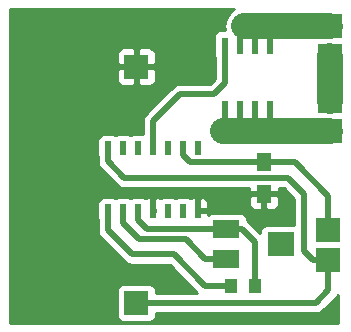
<source format=gbr>
%FSLAX46Y46*%
G04 Gerber Fmt 4.6, Leading zero omitted, Abs format (unit mm)*
G04 Created by KiCad (PCBNEW (2014-09-18 BZR 5141)-product) date So 20. září 2014, 02:23:35 CEST*
%MOMM*%
G01*
G04 APERTURE LIST*
%ADD10C,0.100000*%
%ADD11R,2.032000X2.032000*%
%ADD12R,2.000000X2.000000*%
%ADD13R,1.000000X1.250000*%
%ADD14R,0.599440X1.399540*%
%ADD15R,1.300000X1.500000*%
%ADD16R,2.200000X1.500000*%
%ADD17R,2.200000X2.000000*%
%ADD18R,0.508000X1.143000*%
%ADD19C,2.200000*%
%ADD20C,0.500000*%
%ADD21C,0.254000*%
G04 APERTURE END LIST*
D10*
D11*
X200533000Y-88519000D03*
X200533000Y-91059000D03*
X200406000Y-101981000D03*
X200406000Y-99441000D03*
X200533000Y-84709000D03*
X200533000Y-82169000D03*
D12*
X184140000Y-85580000D03*
X184140000Y-105580000D03*
D13*
X192167000Y-104140000D03*
X194167000Y-104140000D03*
D14*
X195453000Y-89154000D03*
X195453000Y-83820000D03*
X194183000Y-89154000D03*
X192913000Y-89154000D03*
X191643000Y-89154000D03*
X194183000Y-83820000D03*
X192913000Y-83820000D03*
X191643000Y-83820000D03*
D15*
X194945000Y-96346000D03*
X194945000Y-93646000D03*
D16*
X191766000Y-99334000D03*
X191766000Y-101834000D03*
D17*
X196366000Y-100584000D03*
D18*
X181737000Y-97790000D03*
X183007000Y-97790000D03*
X184277000Y-97790000D03*
X185547000Y-97790000D03*
X186817000Y-97790000D03*
X188087000Y-97790000D03*
X189357000Y-97790000D03*
X189357000Y-92456000D03*
X188087000Y-92456000D03*
X186817000Y-92456000D03*
X185547000Y-92456000D03*
X184277000Y-92456000D03*
X183007000Y-92456000D03*
X181737000Y-92456000D03*
D19*
X200533000Y-88519000D02*
X200533000Y-84709000D01*
D20*
X192913000Y-83820000D02*
X192913000Y-82550000D01*
D19*
X193294000Y-82169000D02*
X194183000Y-82169000D01*
D20*
X192913000Y-82550000D02*
X193294000Y-82169000D01*
X194183000Y-82169000D02*
X194183000Y-83820000D01*
X195453000Y-82169000D02*
X195453000Y-83820000D01*
D19*
X200533000Y-82169000D02*
X195453000Y-82169000D01*
X195453000Y-82169000D02*
X194183000Y-82169000D01*
D20*
X199347000Y-105580000D02*
X200406000Y-104521000D01*
X200406000Y-104521000D02*
X200406000Y-101981000D01*
X184140000Y-105580000D02*
X199347000Y-105580000D01*
X181737000Y-93599000D02*
X183134000Y-94996000D01*
X183134000Y-94996000D02*
X196977000Y-94996000D01*
X196977000Y-94996000D02*
X198374000Y-96393000D01*
X198374000Y-96393000D02*
X198374000Y-101219000D01*
X198374000Y-101219000D02*
X199136000Y-101981000D01*
X199136000Y-101981000D02*
X200406000Y-101981000D01*
X181737000Y-92456000D02*
X181737000Y-93599000D01*
X181737000Y-97790000D02*
X181737000Y-99441000D01*
X189992000Y-104140000D02*
X192167000Y-104140000D01*
X187325000Y-101473000D02*
X189992000Y-104140000D01*
X183769000Y-101473000D02*
X187325000Y-101473000D01*
X181737000Y-99441000D02*
X183769000Y-101473000D01*
X194167000Y-104140000D02*
X194167000Y-100441000D01*
X193060000Y-99334000D02*
X191766000Y-99334000D01*
X194167000Y-100441000D02*
X193060000Y-99334000D01*
X184277000Y-97790000D02*
X184277000Y-98552000D01*
X185059000Y-99334000D02*
X191766000Y-99334000D01*
X184277000Y-98552000D02*
X185059000Y-99334000D01*
X195279000Y-93980000D02*
X194945000Y-93646000D01*
X188675000Y-93646000D02*
X188087000Y-93058000D01*
X188087000Y-93058000D02*
X188087000Y-92456000D01*
X194945000Y-93646000D02*
X188675000Y-93646000D01*
X197532000Y-93646000D02*
X200406000Y-96520000D01*
X200406000Y-96520000D02*
X200406000Y-99441000D01*
X194945000Y-93646000D02*
X197532000Y-93646000D01*
X195453000Y-89154000D02*
X195453000Y-90932000D01*
X195453000Y-90932000D02*
X195580000Y-91059000D01*
X191643000Y-91059000D02*
X191643000Y-89154000D01*
X192913000Y-91059000D02*
X192913000Y-89154000D01*
X194183000Y-91059000D02*
X194183000Y-89154000D01*
D19*
X200533000Y-91059000D02*
X195580000Y-91059000D01*
X195580000Y-91059000D02*
X194183000Y-91059000D01*
X194183000Y-91059000D02*
X192913000Y-91059000D01*
X192913000Y-91059000D02*
X191643000Y-91059000D01*
X191643000Y-91059000D02*
X191516000Y-91059000D01*
D20*
X185547000Y-90170000D02*
X187833000Y-87884000D01*
X187833000Y-87884000D02*
X190754000Y-87884000D01*
X190754000Y-87884000D02*
X191643000Y-86995000D01*
X191643000Y-86995000D02*
X191643000Y-83820000D01*
X185547000Y-92456000D02*
X185547000Y-90170000D01*
X183007000Y-97790000D02*
X183007000Y-98806000D01*
X189972000Y-101834000D02*
X191766000Y-101834000D01*
X188341000Y-100203000D02*
X189972000Y-101834000D01*
X184404000Y-100203000D02*
X188341000Y-100203000D01*
X183007000Y-98806000D02*
X184404000Y-100203000D01*
D21*
G36*
X201220000Y-107240000D02*
X173430000Y-107240000D01*
X173430000Y-80720000D01*
X192399670Y-80720000D01*
X192067170Y-80942170D01*
X191691069Y-81505044D01*
X191559000Y-82169000D01*
X191621902Y-82485230D01*
X191216971Y-82485230D01*
X190983582Y-82581903D01*
X190804953Y-82760531D01*
X190708280Y-82993920D01*
X190708280Y-83246539D01*
X190708280Y-84646079D01*
X190758000Y-84766113D01*
X190758000Y-86628420D01*
X190387420Y-86999000D01*
X187833005Y-86999000D01*
X187833000Y-86998999D01*
X187494325Y-87066367D01*
X187207210Y-87258210D01*
X187207207Y-87258213D01*
X185775000Y-88690420D01*
X185775000Y-86706310D01*
X185775000Y-86453691D01*
X185775000Y-85865750D01*
X185775000Y-85294250D01*
X185775000Y-84706309D01*
X185775000Y-84453690D01*
X185678327Y-84220301D01*
X185499698Y-84041673D01*
X185266309Y-83945000D01*
X184425750Y-83945000D01*
X184267000Y-84103750D01*
X184267000Y-85453000D01*
X185616250Y-85453000D01*
X185775000Y-85294250D01*
X185775000Y-85865750D01*
X185616250Y-85707000D01*
X184267000Y-85707000D01*
X184267000Y-87056250D01*
X184425750Y-87215000D01*
X185266309Y-87215000D01*
X185499698Y-87118327D01*
X185678327Y-86939699D01*
X185775000Y-86706310D01*
X185775000Y-88690420D01*
X184921210Y-89544210D01*
X184729367Y-89831325D01*
X184718189Y-89887515D01*
X184661999Y-90170000D01*
X184662000Y-90170005D01*
X184662000Y-91251442D01*
X184657310Y-91249500D01*
X184404691Y-91249500D01*
X184013000Y-91249500D01*
X184013000Y-87056250D01*
X184013000Y-85707000D01*
X184013000Y-85453000D01*
X184013000Y-84103750D01*
X183854250Y-83945000D01*
X183013691Y-83945000D01*
X182780302Y-84041673D01*
X182601673Y-84220301D01*
X182505000Y-84453690D01*
X182505000Y-84706309D01*
X182505000Y-85294250D01*
X182663750Y-85453000D01*
X184013000Y-85453000D01*
X184013000Y-85707000D01*
X182663750Y-85707000D01*
X182505000Y-85865750D01*
X182505000Y-86453691D01*
X182505000Y-86706310D01*
X182601673Y-86939699D01*
X182780302Y-87118327D01*
X183013691Y-87215000D01*
X183854250Y-87215000D01*
X184013000Y-87056250D01*
X184013000Y-91249500D01*
X183896691Y-91249500D01*
X183663302Y-91346173D01*
X183642000Y-91367474D01*
X183620699Y-91346173D01*
X183387310Y-91249500D01*
X183134691Y-91249500D01*
X182626691Y-91249500D01*
X182393302Y-91346173D01*
X182372000Y-91367474D01*
X182350699Y-91346173D01*
X182117310Y-91249500D01*
X181864691Y-91249500D01*
X181356691Y-91249500D01*
X181123302Y-91346173D01*
X180944673Y-91524801D01*
X180848000Y-91758190D01*
X180848000Y-92010809D01*
X180848000Y-93153809D01*
X180852000Y-93163465D01*
X180852000Y-93598994D01*
X180851999Y-93599000D01*
X180908189Y-93881484D01*
X180919367Y-93937675D01*
X181111210Y-94224790D01*
X182508207Y-95621786D01*
X182508210Y-95621790D01*
X182795325Y-95813633D01*
X183134000Y-95881000D01*
X193660000Y-95881000D01*
X193660000Y-96060250D01*
X193818750Y-96219000D01*
X194818000Y-96219000D01*
X194818000Y-96199000D01*
X195072000Y-96199000D01*
X195072000Y-96219000D01*
X196071250Y-96219000D01*
X196230000Y-96060250D01*
X196230000Y-95881000D01*
X196610420Y-95881000D01*
X197489000Y-96759579D01*
X197489000Y-98949000D01*
X197339691Y-98949000D01*
X196230000Y-98949000D01*
X196230000Y-97222309D01*
X196230000Y-96631750D01*
X196071250Y-96473000D01*
X195072000Y-96473000D01*
X195072000Y-97572250D01*
X195230750Y-97731000D01*
X195468691Y-97731000D01*
X195721310Y-97731000D01*
X195954699Y-97634327D01*
X196133327Y-97455698D01*
X196230000Y-97222309D01*
X196230000Y-98949000D01*
X195139691Y-98949000D01*
X194906302Y-99045673D01*
X194818000Y-99133974D01*
X194818000Y-97572250D01*
X194818000Y-96473000D01*
X193818750Y-96473000D01*
X193660000Y-96631750D01*
X193660000Y-97222309D01*
X193756673Y-97455698D01*
X193935301Y-97634327D01*
X194168690Y-97731000D01*
X194421309Y-97731000D01*
X194659250Y-97731000D01*
X194818000Y-97572250D01*
X194818000Y-99133974D01*
X194727673Y-99224301D01*
X194631000Y-99457690D01*
X194631000Y-99653420D01*
X193685790Y-98708210D01*
X193501000Y-98584738D01*
X193501000Y-98584737D01*
X193501000Y-98457691D01*
X193404327Y-98224302D01*
X193225699Y-98045673D01*
X192992310Y-97949000D01*
X192739691Y-97949000D01*
X190539691Y-97949000D01*
X190306302Y-98045673D01*
X190246000Y-98105974D01*
X190246000Y-98075750D01*
X190246000Y-97504250D01*
X190246000Y-97344809D01*
X190246000Y-97092190D01*
X190149327Y-96858801D01*
X189970698Y-96680173D01*
X189737309Y-96583500D01*
X189642750Y-96583500D01*
X189484000Y-96742250D01*
X189484000Y-97663000D01*
X190087250Y-97663000D01*
X190246000Y-97504250D01*
X190246000Y-98075750D01*
X190087250Y-97917000D01*
X189484000Y-97917000D01*
X189484000Y-97937000D01*
X189230000Y-97937000D01*
X189230000Y-97917000D01*
X189210000Y-97917000D01*
X189210000Y-97663000D01*
X189230000Y-97663000D01*
X189230000Y-96742250D01*
X189071250Y-96583500D01*
X188976691Y-96583500D01*
X188743302Y-96680173D01*
X188722000Y-96701474D01*
X188700699Y-96680173D01*
X188467310Y-96583500D01*
X188214691Y-96583500D01*
X187706691Y-96583500D01*
X187473302Y-96680173D01*
X187452000Y-96701474D01*
X187430699Y-96680173D01*
X187197310Y-96583500D01*
X186944691Y-96583500D01*
X186436691Y-96583500D01*
X186203302Y-96680173D01*
X186182000Y-96701474D01*
X186160698Y-96680173D01*
X185927309Y-96583500D01*
X185832750Y-96583500D01*
X185674000Y-96742250D01*
X185674000Y-97663000D01*
X185694000Y-97663000D01*
X185694000Y-97917000D01*
X185674000Y-97917000D01*
X185674000Y-97937000D01*
X185420000Y-97937000D01*
X185420000Y-97917000D01*
X185400000Y-97917000D01*
X185400000Y-97663000D01*
X185420000Y-97663000D01*
X185420000Y-96742250D01*
X185261250Y-96583500D01*
X185166691Y-96583500D01*
X184933302Y-96680173D01*
X184912000Y-96701474D01*
X184890699Y-96680173D01*
X184657310Y-96583500D01*
X184404691Y-96583500D01*
X183896691Y-96583500D01*
X183663302Y-96680173D01*
X183642000Y-96701474D01*
X183620699Y-96680173D01*
X183387310Y-96583500D01*
X183134691Y-96583500D01*
X182626691Y-96583500D01*
X182393302Y-96680173D01*
X182372000Y-96701474D01*
X182350699Y-96680173D01*
X182117310Y-96583500D01*
X181864691Y-96583500D01*
X181356691Y-96583500D01*
X181123302Y-96680173D01*
X180944673Y-96858801D01*
X180848000Y-97092190D01*
X180848000Y-97344809D01*
X180848000Y-98487809D01*
X180852000Y-98497465D01*
X180852000Y-99440994D01*
X180851999Y-99441000D01*
X180908189Y-99723484D01*
X180919367Y-99779675D01*
X181111210Y-100066790D01*
X183143207Y-102098786D01*
X183143210Y-102098790D01*
X183143211Y-102098790D01*
X183430325Y-102290633D01*
X183430326Y-102290633D01*
X183486515Y-102301810D01*
X183769000Y-102358001D01*
X183769000Y-102358000D01*
X183769005Y-102358000D01*
X186958420Y-102358000D01*
X189295420Y-104695000D01*
X185775000Y-104695000D01*
X185775000Y-104453691D01*
X185678327Y-104220302D01*
X185499699Y-104041673D01*
X185266310Y-103945000D01*
X185013691Y-103945000D01*
X183013691Y-103945000D01*
X182780302Y-104041673D01*
X182601673Y-104220301D01*
X182505000Y-104453690D01*
X182505000Y-104706309D01*
X182505000Y-106706309D01*
X182601673Y-106939698D01*
X182780301Y-107118327D01*
X183013690Y-107215000D01*
X183266309Y-107215000D01*
X185266309Y-107215000D01*
X185499698Y-107118327D01*
X185678327Y-106939699D01*
X185775000Y-106706310D01*
X185775000Y-106465000D01*
X199346994Y-106465000D01*
X199347000Y-106465001D01*
X199347000Y-106465000D01*
X199629484Y-106408810D01*
X199685674Y-106397633D01*
X199685675Y-106397633D01*
X199972790Y-106205790D01*
X201031786Y-105146792D01*
X201031789Y-105146790D01*
X201031790Y-105146790D01*
X201220000Y-104865112D01*
X201220000Y-107240000D01*
X201220000Y-107240000D01*
G37*
X201220000Y-107240000D02*
X173430000Y-107240000D01*
X173430000Y-80720000D01*
X192399670Y-80720000D01*
X192067170Y-80942170D01*
X191691069Y-81505044D01*
X191559000Y-82169000D01*
X191621902Y-82485230D01*
X191216971Y-82485230D01*
X190983582Y-82581903D01*
X190804953Y-82760531D01*
X190708280Y-82993920D01*
X190708280Y-83246539D01*
X190708280Y-84646079D01*
X190758000Y-84766113D01*
X190758000Y-86628420D01*
X190387420Y-86999000D01*
X187833005Y-86999000D01*
X187833000Y-86998999D01*
X187494325Y-87066367D01*
X187207210Y-87258210D01*
X187207207Y-87258213D01*
X185775000Y-88690420D01*
X185775000Y-86706310D01*
X185775000Y-86453691D01*
X185775000Y-85865750D01*
X185775000Y-85294250D01*
X185775000Y-84706309D01*
X185775000Y-84453690D01*
X185678327Y-84220301D01*
X185499698Y-84041673D01*
X185266309Y-83945000D01*
X184425750Y-83945000D01*
X184267000Y-84103750D01*
X184267000Y-85453000D01*
X185616250Y-85453000D01*
X185775000Y-85294250D01*
X185775000Y-85865750D01*
X185616250Y-85707000D01*
X184267000Y-85707000D01*
X184267000Y-87056250D01*
X184425750Y-87215000D01*
X185266309Y-87215000D01*
X185499698Y-87118327D01*
X185678327Y-86939699D01*
X185775000Y-86706310D01*
X185775000Y-88690420D01*
X184921210Y-89544210D01*
X184729367Y-89831325D01*
X184718189Y-89887515D01*
X184661999Y-90170000D01*
X184662000Y-90170005D01*
X184662000Y-91251442D01*
X184657310Y-91249500D01*
X184404691Y-91249500D01*
X184013000Y-91249500D01*
X184013000Y-87056250D01*
X184013000Y-85707000D01*
X184013000Y-85453000D01*
X184013000Y-84103750D01*
X183854250Y-83945000D01*
X183013691Y-83945000D01*
X182780302Y-84041673D01*
X182601673Y-84220301D01*
X182505000Y-84453690D01*
X182505000Y-84706309D01*
X182505000Y-85294250D01*
X182663750Y-85453000D01*
X184013000Y-85453000D01*
X184013000Y-85707000D01*
X182663750Y-85707000D01*
X182505000Y-85865750D01*
X182505000Y-86453691D01*
X182505000Y-86706310D01*
X182601673Y-86939699D01*
X182780302Y-87118327D01*
X183013691Y-87215000D01*
X183854250Y-87215000D01*
X184013000Y-87056250D01*
X184013000Y-91249500D01*
X183896691Y-91249500D01*
X183663302Y-91346173D01*
X183642000Y-91367474D01*
X183620699Y-91346173D01*
X183387310Y-91249500D01*
X183134691Y-91249500D01*
X182626691Y-91249500D01*
X182393302Y-91346173D01*
X182372000Y-91367474D01*
X182350699Y-91346173D01*
X182117310Y-91249500D01*
X181864691Y-91249500D01*
X181356691Y-91249500D01*
X181123302Y-91346173D01*
X180944673Y-91524801D01*
X180848000Y-91758190D01*
X180848000Y-92010809D01*
X180848000Y-93153809D01*
X180852000Y-93163465D01*
X180852000Y-93598994D01*
X180851999Y-93599000D01*
X180908189Y-93881484D01*
X180919367Y-93937675D01*
X181111210Y-94224790D01*
X182508207Y-95621786D01*
X182508210Y-95621790D01*
X182795325Y-95813633D01*
X183134000Y-95881000D01*
X193660000Y-95881000D01*
X193660000Y-96060250D01*
X193818750Y-96219000D01*
X194818000Y-96219000D01*
X194818000Y-96199000D01*
X195072000Y-96199000D01*
X195072000Y-96219000D01*
X196071250Y-96219000D01*
X196230000Y-96060250D01*
X196230000Y-95881000D01*
X196610420Y-95881000D01*
X197489000Y-96759579D01*
X197489000Y-98949000D01*
X197339691Y-98949000D01*
X196230000Y-98949000D01*
X196230000Y-97222309D01*
X196230000Y-96631750D01*
X196071250Y-96473000D01*
X195072000Y-96473000D01*
X195072000Y-97572250D01*
X195230750Y-97731000D01*
X195468691Y-97731000D01*
X195721310Y-97731000D01*
X195954699Y-97634327D01*
X196133327Y-97455698D01*
X196230000Y-97222309D01*
X196230000Y-98949000D01*
X195139691Y-98949000D01*
X194906302Y-99045673D01*
X194818000Y-99133974D01*
X194818000Y-97572250D01*
X194818000Y-96473000D01*
X193818750Y-96473000D01*
X193660000Y-96631750D01*
X193660000Y-97222309D01*
X193756673Y-97455698D01*
X193935301Y-97634327D01*
X194168690Y-97731000D01*
X194421309Y-97731000D01*
X194659250Y-97731000D01*
X194818000Y-97572250D01*
X194818000Y-99133974D01*
X194727673Y-99224301D01*
X194631000Y-99457690D01*
X194631000Y-99653420D01*
X193685790Y-98708210D01*
X193501000Y-98584738D01*
X193501000Y-98584737D01*
X193501000Y-98457691D01*
X193404327Y-98224302D01*
X193225699Y-98045673D01*
X192992310Y-97949000D01*
X192739691Y-97949000D01*
X190539691Y-97949000D01*
X190306302Y-98045673D01*
X190246000Y-98105974D01*
X190246000Y-98075750D01*
X190246000Y-97504250D01*
X190246000Y-97344809D01*
X190246000Y-97092190D01*
X190149327Y-96858801D01*
X189970698Y-96680173D01*
X189737309Y-96583500D01*
X189642750Y-96583500D01*
X189484000Y-96742250D01*
X189484000Y-97663000D01*
X190087250Y-97663000D01*
X190246000Y-97504250D01*
X190246000Y-98075750D01*
X190087250Y-97917000D01*
X189484000Y-97917000D01*
X189484000Y-97937000D01*
X189230000Y-97937000D01*
X189230000Y-97917000D01*
X189210000Y-97917000D01*
X189210000Y-97663000D01*
X189230000Y-97663000D01*
X189230000Y-96742250D01*
X189071250Y-96583500D01*
X188976691Y-96583500D01*
X188743302Y-96680173D01*
X188722000Y-96701474D01*
X188700699Y-96680173D01*
X188467310Y-96583500D01*
X188214691Y-96583500D01*
X187706691Y-96583500D01*
X187473302Y-96680173D01*
X187452000Y-96701474D01*
X187430699Y-96680173D01*
X187197310Y-96583500D01*
X186944691Y-96583500D01*
X186436691Y-96583500D01*
X186203302Y-96680173D01*
X186182000Y-96701474D01*
X186160698Y-96680173D01*
X185927309Y-96583500D01*
X185832750Y-96583500D01*
X185674000Y-96742250D01*
X185674000Y-97663000D01*
X185694000Y-97663000D01*
X185694000Y-97917000D01*
X185674000Y-97917000D01*
X185674000Y-97937000D01*
X185420000Y-97937000D01*
X185420000Y-97917000D01*
X185400000Y-97917000D01*
X185400000Y-97663000D01*
X185420000Y-97663000D01*
X185420000Y-96742250D01*
X185261250Y-96583500D01*
X185166691Y-96583500D01*
X184933302Y-96680173D01*
X184912000Y-96701474D01*
X184890699Y-96680173D01*
X184657310Y-96583500D01*
X184404691Y-96583500D01*
X183896691Y-96583500D01*
X183663302Y-96680173D01*
X183642000Y-96701474D01*
X183620699Y-96680173D01*
X183387310Y-96583500D01*
X183134691Y-96583500D01*
X182626691Y-96583500D01*
X182393302Y-96680173D01*
X182372000Y-96701474D01*
X182350699Y-96680173D01*
X182117310Y-96583500D01*
X181864691Y-96583500D01*
X181356691Y-96583500D01*
X181123302Y-96680173D01*
X180944673Y-96858801D01*
X180848000Y-97092190D01*
X180848000Y-97344809D01*
X180848000Y-98487809D01*
X180852000Y-98497465D01*
X180852000Y-99440994D01*
X180851999Y-99441000D01*
X180908189Y-99723484D01*
X180919367Y-99779675D01*
X181111210Y-100066790D01*
X183143207Y-102098786D01*
X183143210Y-102098790D01*
X183143211Y-102098790D01*
X183430325Y-102290633D01*
X183430326Y-102290633D01*
X183486515Y-102301810D01*
X183769000Y-102358001D01*
X183769000Y-102358000D01*
X183769005Y-102358000D01*
X186958420Y-102358000D01*
X189295420Y-104695000D01*
X185775000Y-104695000D01*
X185775000Y-104453691D01*
X185678327Y-104220302D01*
X185499699Y-104041673D01*
X185266310Y-103945000D01*
X185013691Y-103945000D01*
X183013691Y-103945000D01*
X182780302Y-104041673D01*
X182601673Y-104220301D01*
X182505000Y-104453690D01*
X182505000Y-104706309D01*
X182505000Y-106706309D01*
X182601673Y-106939698D01*
X182780301Y-107118327D01*
X183013690Y-107215000D01*
X183266309Y-107215000D01*
X185266309Y-107215000D01*
X185499698Y-107118327D01*
X185678327Y-106939699D01*
X185775000Y-106706310D01*
X185775000Y-106465000D01*
X199346994Y-106465000D01*
X199347000Y-106465001D01*
X199347000Y-106465000D01*
X199629484Y-106408810D01*
X199685674Y-106397633D01*
X199685675Y-106397633D01*
X199972790Y-106205790D01*
X201031786Y-105146792D01*
X201031789Y-105146790D01*
X201031790Y-105146790D01*
X201220000Y-104865112D01*
X201220000Y-107240000D01*
M02*

</source>
